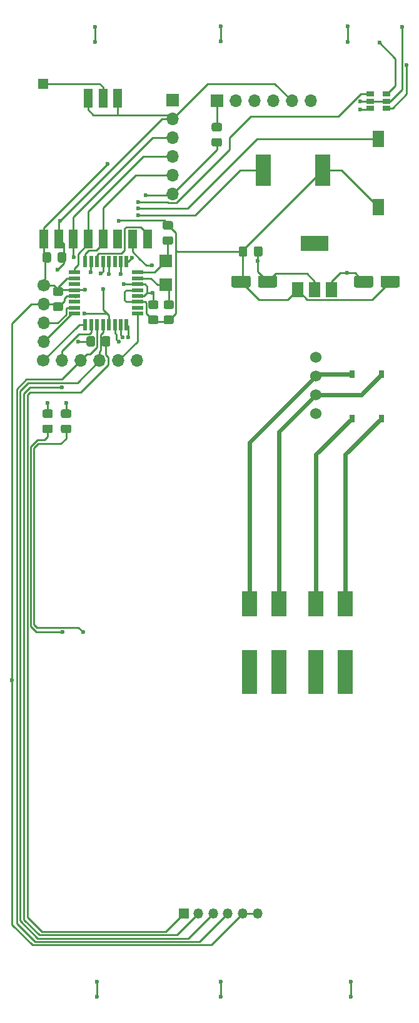
<source format=gbr>
G04 #@! TF.GenerationSoftware,KiCad,Pcbnew,(5.1.7)-1*
G04 #@! TF.CreationDate,2020-10-19T19:05:30+02:00*
G04 #@! TF.ProjectId,Touch-Steuerung,546f7563-682d-4537-9465-756572756e67,1.0*
G04 #@! TF.SameCoordinates,Original*
G04 #@! TF.FileFunction,Copper,L1,Top*
G04 #@! TF.FilePolarity,Positive*
%FSLAX46Y46*%
G04 Gerber Fmt 4.6, Leading zero omitted, Abs format (unit mm)*
G04 Created by KiCad (PCBNEW (5.1.7)-1) date 2020-10-19 19:05:30*
%MOMM*%
%LPD*%
G01*
G04 APERTURE LIST*
G04 #@! TA.AperFunction,SMDPad,CuDef*
%ADD10R,1.600000X2.180000*%
G04 #@! TD*
G04 #@! TA.AperFunction,ComponentPad*
%ADD11C,1.700000*%
G04 #@! TD*
G04 #@! TA.AperFunction,ComponentPad*
%ADD12O,1.700000X1.700000*%
G04 #@! TD*
G04 #@! TA.AperFunction,ComponentPad*
%ADD13R,1.350000X1.350000*%
G04 #@! TD*
G04 #@! TA.AperFunction,SMDPad,CuDef*
%ADD14R,1.600000X0.550000*%
G04 #@! TD*
G04 #@! TA.AperFunction,SMDPad,CuDef*
%ADD15R,0.550000X1.600000*%
G04 #@! TD*
G04 #@! TA.AperFunction,SMDPad,CuDef*
%ADD16R,1.200000X2.524000*%
G04 #@! TD*
G04 #@! TA.AperFunction,SMDPad,CuDef*
%ADD17R,1.800000X1.750000*%
G04 #@! TD*
G04 #@! TA.AperFunction,ComponentPad*
%ADD18O,1.350000X1.350000*%
G04 #@! TD*
G04 #@! TA.AperFunction,SMDPad,CuDef*
%ADD19R,2.000000X4.200000*%
G04 #@! TD*
G04 #@! TA.AperFunction,SMDPad,CuDef*
%ADD20R,0.700000X1.000000*%
G04 #@! TD*
G04 #@! TA.AperFunction,ComponentPad*
%ADD21R,1.700000X1.700000*%
G04 #@! TD*
G04 #@! TA.AperFunction,SMDPad,CuDef*
%ADD22R,2.000000X6.000000*%
G04 #@! TD*
G04 #@! TA.AperFunction,SMDPad,CuDef*
%ADD23R,2.000000X3.500000*%
G04 #@! TD*
G04 #@! TA.AperFunction,SMDPad,CuDef*
%ADD24R,3.800000X2.000000*%
G04 #@! TD*
G04 #@! TA.AperFunction,SMDPad,CuDef*
%ADD25R,1.500000X2.000000*%
G04 #@! TD*
G04 #@! TA.AperFunction,SMDPad,CuDef*
%ADD26R,1.060000X0.650000*%
G04 #@! TD*
G04 #@! TA.AperFunction,ComponentPad*
%ADD27C,1.524000*%
G04 #@! TD*
G04 #@! TA.AperFunction,ViaPad*
%ADD28C,0.600000*%
G04 #@! TD*
G04 #@! TA.AperFunction,Conductor*
%ADD29C,0.250000*%
G04 #@! TD*
G04 #@! TA.AperFunction,Conductor*
%ADD30C,0.600000*%
G04 #@! TD*
G04 APERTURE END LIST*
G04 #@! TA.AperFunction,SMDPad,CuDef*
G36*
G01*
X105375000Y-74525000D02*
X105375000Y-75625000D01*
G75*
G02*
X105125000Y-75875000I-250000J0D01*
G01*
X103025000Y-75875000D01*
G75*
G02*
X102775000Y-75625000I0J250000D01*
G01*
X102775000Y-74525000D01*
G75*
G02*
X103025000Y-74275000I250000J0D01*
G01*
X105125000Y-74275000D01*
G75*
G02*
X105375000Y-74525000I0J-250000D01*
G01*
G37*
G04 #@! TD.AperFunction*
G04 #@! TA.AperFunction,SMDPad,CuDef*
G36*
G01*
X108975000Y-74525000D02*
X108975000Y-75625000D01*
G75*
G02*
X108725000Y-75875000I-250000J0D01*
G01*
X106625000Y-75875000D01*
G75*
G02*
X106375000Y-75625000I0J250000D01*
G01*
X106375000Y-74525000D01*
G75*
G02*
X106625000Y-74275000I250000J0D01*
G01*
X108725000Y-74275000D01*
G75*
G02*
X108975000Y-74525000I0J-250000D01*
G01*
G37*
G04 #@! TD.AperFunction*
D10*
X122650000Y-55785000D03*
X122650000Y-64965000D03*
D11*
X77341500Y-75601500D03*
D12*
X77341500Y-78141500D03*
X77341500Y-80681500D03*
X77341500Y-83221500D03*
D11*
X77278000Y-85761500D03*
D12*
X79818000Y-85761500D03*
X82358000Y-85761500D03*
X84898000Y-85761500D03*
X87438000Y-85761500D03*
X89978000Y-85761500D03*
D13*
X77300000Y-48300000D03*
G04 #@! TA.AperFunction,SMDPad,CuDef*
G36*
G01*
X78859999Y-77893000D02*
X79760001Y-77893000D01*
G75*
G02*
X80010000Y-78142999I0J-249999D01*
G01*
X80010000Y-78793001D01*
G75*
G02*
X79760001Y-79043000I-249999J0D01*
G01*
X78859999Y-79043000D01*
G75*
G02*
X78610000Y-78793001I0J249999D01*
G01*
X78610000Y-78142999D01*
G75*
G02*
X78859999Y-77893000I249999J0D01*
G01*
G37*
G04 #@! TD.AperFunction*
G04 #@! TA.AperFunction,SMDPad,CuDef*
G36*
G01*
X78859999Y-75843000D02*
X79760001Y-75843000D01*
G75*
G02*
X80010000Y-76092999I0J-249999D01*
G01*
X80010000Y-76743001D01*
G75*
G02*
X79760001Y-76993000I-249999J0D01*
G01*
X78859999Y-76993000D01*
G75*
G02*
X78610000Y-76743001I0J249999D01*
G01*
X78610000Y-76092999D01*
G75*
G02*
X78859999Y-75843000I249999J0D01*
G01*
G37*
G04 #@! TD.AperFunction*
G04 #@! TA.AperFunction,SMDPad,CuDef*
G36*
G01*
X91750499Y-77621000D02*
X92650501Y-77621000D01*
G75*
G02*
X92900500Y-77870999I0J-249999D01*
G01*
X92900500Y-78521001D01*
G75*
G02*
X92650501Y-78771000I-249999J0D01*
G01*
X91750499Y-78771000D01*
G75*
G02*
X91500500Y-78521001I0J249999D01*
G01*
X91500500Y-77870999D01*
G75*
G02*
X91750499Y-77621000I249999J0D01*
G01*
G37*
G04 #@! TD.AperFunction*
G04 #@! TA.AperFunction,SMDPad,CuDef*
G36*
G01*
X91750499Y-79671000D02*
X92650501Y-79671000D01*
G75*
G02*
X92900500Y-79920999I0J-249999D01*
G01*
X92900500Y-80571001D01*
G75*
G02*
X92650501Y-80821000I-249999J0D01*
G01*
X91750499Y-80821000D01*
G75*
G02*
X91500500Y-80571001I0J249999D01*
G01*
X91500500Y-79920999D01*
G75*
G02*
X91750499Y-79671000I249999J0D01*
G01*
G37*
G04 #@! TD.AperFunction*
G04 #@! TA.AperFunction,SMDPad,CuDef*
G36*
G01*
X79252000Y-72241501D02*
X79252000Y-71341499D01*
G75*
G02*
X79501999Y-71091500I249999J0D01*
G01*
X80152001Y-71091500D01*
G75*
G02*
X80402000Y-71341499I0J-249999D01*
G01*
X80402000Y-72241501D01*
G75*
G02*
X80152001Y-72491500I-249999J0D01*
G01*
X79501999Y-72491500D01*
G75*
G02*
X79252000Y-72241501I0J249999D01*
G01*
G37*
G04 #@! TD.AperFunction*
G04 #@! TA.AperFunction,SMDPad,CuDef*
G36*
G01*
X77202000Y-72241501D02*
X77202000Y-71341499D01*
G75*
G02*
X77451999Y-71091500I249999J0D01*
G01*
X78102001Y-71091500D01*
G75*
G02*
X78352000Y-71341499I0J-249999D01*
G01*
X78352000Y-72241501D01*
G75*
G02*
X78102001Y-72491500I-249999J0D01*
G01*
X77451999Y-72491500D01*
G75*
G02*
X77202000Y-72241501I0J249999D01*
G01*
G37*
G04 #@! TD.AperFunction*
G04 #@! TA.AperFunction,SMDPad,CuDef*
G36*
G01*
X93845999Y-77621000D02*
X94746001Y-77621000D01*
G75*
G02*
X94996000Y-77870999I0J-249999D01*
G01*
X94996000Y-78521001D01*
G75*
G02*
X94746001Y-78771000I-249999J0D01*
G01*
X93845999Y-78771000D01*
G75*
G02*
X93596000Y-78521001I0J249999D01*
G01*
X93596000Y-77870999D01*
G75*
G02*
X93845999Y-77621000I249999J0D01*
G01*
G37*
G04 #@! TD.AperFunction*
G04 #@! TA.AperFunction,SMDPad,CuDef*
G36*
G01*
X93845999Y-79671000D02*
X94746001Y-79671000D01*
G75*
G02*
X94996000Y-79920999I0J-249999D01*
G01*
X94996000Y-80571001D01*
G75*
G02*
X94746001Y-80821000I-249999J0D01*
G01*
X93845999Y-80821000D01*
G75*
G02*
X93596000Y-80571001I0J249999D01*
G01*
X93596000Y-79920999D01*
G75*
G02*
X93845999Y-79671000I249999J0D01*
G01*
G37*
G04 #@! TD.AperFunction*
G04 #@! TA.AperFunction,SMDPad,CuDef*
G36*
G01*
X94619001Y-68039500D02*
X93718999Y-68039500D01*
G75*
G02*
X93469000Y-67789501I0J249999D01*
G01*
X93469000Y-67139499D01*
G75*
G02*
X93718999Y-66889500I249999J0D01*
G01*
X94619001Y-66889500D01*
G75*
G02*
X94869000Y-67139499I0J-249999D01*
G01*
X94869000Y-67789501D01*
G75*
G02*
X94619001Y-68039500I-249999J0D01*
G01*
G37*
G04 #@! TD.AperFunction*
G04 #@! TA.AperFunction,SMDPad,CuDef*
G36*
G01*
X94619001Y-70089500D02*
X93718999Y-70089500D01*
G75*
G02*
X93469000Y-69839501I0J249999D01*
G01*
X93469000Y-69189499D01*
G75*
G02*
X93718999Y-68939500I249999J0D01*
G01*
X94619001Y-68939500D01*
G75*
G02*
X94869000Y-69189499I0J-249999D01*
G01*
X94869000Y-69839501D01*
G75*
G02*
X94619001Y-70089500I-249999J0D01*
G01*
G37*
G04 #@! TD.AperFunction*
D14*
X90037000Y-79417500D03*
X90037000Y-78617500D03*
X90037000Y-77817500D03*
X90037000Y-77017500D03*
X90037000Y-76217500D03*
X90037000Y-75417500D03*
X90037000Y-74617500D03*
X90037000Y-73817500D03*
D15*
X88587000Y-72367500D03*
X87787000Y-72367500D03*
X86987000Y-72367500D03*
X86187000Y-72367500D03*
X85387000Y-72367500D03*
X84587000Y-72367500D03*
X83787000Y-72367500D03*
X82987000Y-72367500D03*
D14*
X81537000Y-73817500D03*
X81537000Y-74617500D03*
X81537000Y-75417500D03*
X81537000Y-76217500D03*
X81537000Y-77017500D03*
X81537000Y-77817500D03*
X81537000Y-78617500D03*
X81537000Y-79417500D03*
D15*
X82987000Y-80867500D03*
X83787000Y-80867500D03*
X84587000Y-80867500D03*
X85387000Y-80867500D03*
X86187000Y-80867500D03*
X86987000Y-80867500D03*
X87787000Y-80867500D03*
X88587000Y-80867500D03*
D16*
X77390000Y-69282000D03*
X79390000Y-69282000D03*
X81390000Y-69282000D03*
X83390000Y-69282000D03*
X85390000Y-69282000D03*
X87390000Y-69282000D03*
X89390000Y-69282000D03*
X91390000Y-69282000D03*
X85390000Y-50282000D03*
X83390000Y-50282000D03*
X87390000Y-50282000D03*
G04 #@! TA.AperFunction,SMDPad,CuDef*
G36*
G01*
X86371000Y-82707999D02*
X86371000Y-83608001D01*
G75*
G02*
X86121001Y-83858000I-249999J0D01*
G01*
X85470999Y-83858000D01*
G75*
G02*
X85221000Y-83608001I0J249999D01*
G01*
X85221000Y-82707999D01*
G75*
G02*
X85470999Y-82458000I249999J0D01*
G01*
X86121001Y-82458000D01*
G75*
G02*
X86371000Y-82707999I0J-249999D01*
G01*
G37*
G04 #@! TD.AperFunction*
G04 #@! TA.AperFunction,SMDPad,CuDef*
G36*
G01*
X84321000Y-82707999D02*
X84321000Y-83608001D01*
G75*
G02*
X84071001Y-83858000I-249999J0D01*
G01*
X83420999Y-83858000D01*
G75*
G02*
X83171000Y-83608001I0J249999D01*
G01*
X83171000Y-82707999D01*
G75*
G02*
X83420999Y-82458000I249999J0D01*
G01*
X84071001Y-82458000D01*
G75*
G02*
X84321000Y-82707999I0J-249999D01*
G01*
G37*
G04 #@! TD.AperFunction*
D17*
X93915000Y-75512000D03*
X93915000Y-72262000D03*
G04 #@! TA.AperFunction,SMDPad,CuDef*
G36*
G01*
X78350001Y-95575000D02*
X77449999Y-95575000D01*
G75*
G02*
X77200000Y-95325001I0J249999D01*
G01*
X77200000Y-94674999D01*
G75*
G02*
X77449999Y-94425000I249999J0D01*
G01*
X78350001Y-94425000D01*
G75*
G02*
X78600000Y-94674999I0J-249999D01*
G01*
X78600000Y-95325001D01*
G75*
G02*
X78350001Y-95575000I-249999J0D01*
G01*
G37*
G04 #@! TD.AperFunction*
G04 #@! TA.AperFunction,SMDPad,CuDef*
G36*
G01*
X78350001Y-93525000D02*
X77449999Y-93525000D01*
G75*
G02*
X77200000Y-93275001I0J249999D01*
G01*
X77200000Y-92624999D01*
G75*
G02*
X77449999Y-92375000I249999J0D01*
G01*
X78350001Y-92375000D01*
G75*
G02*
X78600000Y-92624999I0J-249999D01*
G01*
X78600000Y-93275001D01*
G75*
G02*
X78350001Y-93525000I-249999J0D01*
G01*
G37*
G04 #@! TD.AperFunction*
G04 #@! TA.AperFunction,SMDPad,CuDef*
G36*
G01*
X80850001Y-93525000D02*
X79949999Y-93525000D01*
G75*
G02*
X79700000Y-93275001I0J249999D01*
G01*
X79700000Y-92624999D01*
G75*
G02*
X79949999Y-92375000I249999J0D01*
G01*
X80850001Y-92375000D01*
G75*
G02*
X81100000Y-92624999I0J-249999D01*
G01*
X81100000Y-93275001D01*
G75*
G02*
X80850001Y-93525000I-249999J0D01*
G01*
G37*
G04 #@! TD.AperFunction*
G04 #@! TA.AperFunction,SMDPad,CuDef*
G36*
G01*
X80850001Y-95575000D02*
X79949999Y-95575000D01*
G75*
G02*
X79700000Y-95325001I0J249999D01*
G01*
X79700000Y-94674999D01*
G75*
G02*
X79949999Y-94425000I249999J0D01*
G01*
X80850001Y-94425000D01*
G75*
G02*
X81100000Y-94674999I0J-249999D01*
G01*
X81100000Y-95325001D01*
G75*
G02*
X80850001Y-95575000I-249999J0D01*
G01*
G37*
G04 #@! TD.AperFunction*
G04 #@! TA.AperFunction,SMDPad,CuDef*
G36*
G01*
X106975000Y-70549999D02*
X106975000Y-71450001D01*
G75*
G02*
X106725001Y-71700000I-249999J0D01*
G01*
X106074999Y-71700000D01*
G75*
G02*
X105825000Y-71450001I0J249999D01*
G01*
X105825000Y-70549999D01*
G75*
G02*
X106074999Y-70300000I249999J0D01*
G01*
X106725001Y-70300000D01*
G75*
G02*
X106975000Y-70549999I0J-249999D01*
G01*
G37*
G04 #@! TD.AperFunction*
G04 #@! TA.AperFunction,SMDPad,CuDef*
G36*
G01*
X104925000Y-70549999D02*
X104925000Y-71450001D01*
G75*
G02*
X104675001Y-71700000I-249999J0D01*
G01*
X104024999Y-71700000D01*
G75*
G02*
X103775000Y-71450001I0J249999D01*
G01*
X103775000Y-70549999D01*
G75*
G02*
X104024999Y-70300000I249999J0D01*
G01*
X104675001Y-70300000D01*
G75*
G02*
X104925000Y-70549999I0J-249999D01*
G01*
G37*
G04 #@! TD.AperFunction*
D13*
X96300000Y-160600000D03*
D18*
X98300000Y-160600000D03*
X100300000Y-160600000D03*
X102300000Y-160600000D03*
X104300000Y-160600000D03*
X106300000Y-160600000D03*
D19*
X107100000Y-60000000D03*
X115100000Y-60000000D03*
G04 #@! TA.AperFunction,SMDPad,CuDef*
G36*
G01*
X119375000Y-75625000D02*
X119375000Y-74525000D01*
G75*
G02*
X119625000Y-74275000I250000J0D01*
G01*
X121725000Y-74275000D01*
G75*
G02*
X121975000Y-74525000I0J-250000D01*
G01*
X121975000Y-75625000D01*
G75*
G02*
X121725000Y-75875000I-250000J0D01*
G01*
X119625000Y-75875000D01*
G75*
G02*
X119375000Y-75625000I0J250000D01*
G01*
G37*
G04 #@! TD.AperFunction*
G04 #@! TA.AperFunction,SMDPad,CuDef*
G36*
G01*
X122975000Y-75625000D02*
X122975000Y-74525000D01*
G75*
G02*
X123225000Y-74275000I250000J0D01*
G01*
X125325000Y-74275000D01*
G75*
G02*
X125575000Y-74525000I0J-250000D01*
G01*
X125575000Y-75625000D01*
G75*
G02*
X125325000Y-75875000I-250000J0D01*
G01*
X123225000Y-75875000D01*
G75*
G02*
X122975000Y-75625000I0J250000D01*
G01*
G37*
G04 #@! TD.AperFunction*
D20*
X123100000Y-87625000D03*
X119100000Y-87625000D03*
X119100000Y-93575000D03*
X123100000Y-93575000D03*
D21*
X100800000Y-50600000D03*
D12*
X103340000Y-50600000D03*
X105880000Y-50600000D03*
X108420000Y-50600000D03*
X110960000Y-50600000D03*
X113500000Y-50600000D03*
X94800000Y-63200000D03*
X94800000Y-60660000D03*
X94800000Y-58120000D03*
X94800000Y-55580000D03*
X94800000Y-53040000D03*
D21*
X94800000Y-50500000D03*
D22*
X114200000Y-127900000D03*
D23*
X114200000Y-118650000D03*
D22*
X118200000Y-127900000D03*
D23*
X118200000Y-118650000D03*
X109200000Y-118650000D03*
D22*
X109200000Y-127900000D03*
D23*
X105200000Y-118650000D03*
D22*
X105200000Y-127900000D03*
D24*
X114025000Y-69900000D03*
D25*
X114025000Y-76200000D03*
X116325000Y-76200000D03*
X111725000Y-76200000D03*
D26*
X123800000Y-51600000D03*
X123800000Y-50650000D03*
X123800000Y-49700000D03*
X121600000Y-49700000D03*
X121600000Y-51600000D03*
X121600000Y-50650000D03*
G04 #@! TA.AperFunction,SMDPad,CuDef*
G36*
G01*
X100349999Y-53600000D02*
X101250001Y-53600000D01*
G75*
G02*
X101500000Y-53849999I0J-249999D01*
G01*
X101500000Y-54500001D01*
G75*
G02*
X101250001Y-54750000I-249999J0D01*
G01*
X100349999Y-54750000D01*
G75*
G02*
X100100000Y-54500001I0J249999D01*
G01*
X100100000Y-53849999D01*
G75*
G02*
X100349999Y-53600000I249999J0D01*
G01*
G37*
G04 #@! TD.AperFunction*
G04 #@! TA.AperFunction,SMDPad,CuDef*
G36*
G01*
X100349999Y-55650000D02*
X101250001Y-55650000D01*
G75*
G02*
X101500000Y-55899999I0J-249999D01*
G01*
X101500000Y-56550001D01*
G75*
G02*
X101250001Y-56800000I-249999J0D01*
G01*
X100349999Y-56800000D01*
G75*
G02*
X100100000Y-56550001I0J249999D01*
G01*
X100100000Y-55899999D01*
G75*
G02*
X100349999Y-55650000I249999J0D01*
G01*
G37*
G04 #@! TD.AperFunction*
D27*
X114220000Y-85290000D03*
X114220000Y-87830000D03*
X114220000Y-90370000D03*
X114220000Y-92910000D03*
D28*
X88200000Y-75411000D03*
X86121000Y-83158000D03*
X82993000Y-76173000D03*
X85980000Y-59180000D03*
X120224999Y-51775001D03*
X106350000Y-72250000D03*
X92100000Y-76600000D03*
X84350000Y-42600000D03*
X73100000Y-129000000D03*
X79246500Y-73442500D03*
X79158500Y-78541500D03*
X87530000Y-66870000D03*
X79600000Y-66820000D03*
X120250000Y-50650000D03*
X125900000Y-40600000D03*
X118500000Y-40549999D03*
X101350001Y-40549999D03*
X84350001Y-40599999D03*
X118949999Y-171800001D03*
X101299999Y-171800001D03*
X84550000Y-171800000D03*
X101350001Y-42549999D03*
X118500000Y-42600000D03*
X118950000Y-169850000D03*
X101300000Y-169800000D03*
X84550000Y-169850000D03*
X92010000Y-72871000D03*
X88835000Y-82586500D03*
X79900000Y-122500000D03*
X82700000Y-122500000D03*
X83755000Y-73823500D03*
X81405500Y-71728000D03*
X85406000Y-76046000D03*
X82040500Y-83158000D03*
X82866000Y-79348000D03*
X91188969Y-63411031D03*
X87501500Y-83221500D03*
X88035776Y-82621992D03*
X77900000Y-91500000D03*
X80400000Y-91500000D03*
X79800000Y-89400000D03*
X87819000Y-74014000D03*
X126500000Y-45800000D03*
X118400000Y-73900000D03*
X86168000Y-74014000D03*
X90200000Y-65200000D03*
X90200000Y-66100000D03*
X89343000Y-71855000D03*
X122800000Y-42700000D03*
X85100000Y-74000000D03*
X90200000Y-64300000D03*
D29*
X77390000Y-69282000D02*
X77390000Y-68538000D01*
X90037000Y-75417500D02*
X88206500Y-75417500D01*
X88206500Y-75417500D02*
X88200000Y-75411000D01*
X82993000Y-76173000D02*
X81581500Y-76173000D01*
X81581500Y-76173000D02*
X81537000Y-76217500D01*
X90037000Y-75417500D02*
X91087000Y-75417500D01*
X91087000Y-75417500D02*
X91372000Y-75702500D01*
X92200500Y-77971000D02*
X92200500Y-77846000D01*
X79310000Y-76193000D02*
X79310000Y-75794500D01*
X79310000Y-75794500D02*
X80487000Y-74617500D01*
X80487000Y-74617500D02*
X81537000Y-74617500D01*
X79310000Y-76193000D02*
X81512500Y-76193000D01*
X81512500Y-76193000D02*
X81537000Y-76217500D01*
X77341500Y-75601500D02*
X78718500Y-75601500D01*
X78718500Y-75601500D02*
X79310000Y-76193000D01*
X77552000Y-71791500D02*
X77552000Y-75391000D01*
X77552000Y-75391000D02*
X77341500Y-75601500D01*
X77390000Y-69282000D02*
X77390000Y-71629500D01*
X77390000Y-71629500D02*
X77552000Y-71791500D01*
X77390000Y-71185000D02*
X77552000Y-71347000D01*
X77677000Y-71347000D02*
X77552000Y-71347000D01*
X94660000Y-50500000D02*
X94800000Y-50500000D01*
X77390000Y-67770000D02*
X85980000Y-59180000D01*
X77390000Y-69282000D02*
X77390000Y-67770000D01*
X85980000Y-59180000D02*
X85980000Y-59180000D01*
X85796000Y-84996000D02*
X86100000Y-85300000D01*
X85796000Y-83158000D02*
X85796000Y-84996000D01*
X75511409Y-90025001D02*
X75150010Y-90386400D01*
X82373501Y-90025001D02*
X75511409Y-90025001D01*
X86100000Y-86298502D02*
X82373501Y-90025001D01*
X86100000Y-85300000D02*
X86100000Y-86298502D01*
X75150010Y-161050010D02*
X77149970Y-163049970D01*
X75150010Y-90386400D02*
X75150010Y-161050010D01*
X93850030Y-163049970D02*
X96300000Y-160600000D01*
X77149970Y-163049970D02*
X93850030Y-163049970D01*
X121424999Y-51775001D02*
X121600000Y-51600000D01*
X120224999Y-51775001D02*
X121424999Y-51775001D01*
X106350000Y-73750000D02*
X107675000Y-75075000D01*
X106350000Y-70975000D02*
X106350000Y-72250000D01*
X106350000Y-72250000D02*
X106350000Y-73750000D01*
X92200500Y-76600500D02*
X92200500Y-76600500D01*
X92200500Y-76700500D02*
X92100000Y-76600000D01*
X92200500Y-78196000D02*
X92200500Y-76700500D01*
X92100000Y-76600000D02*
X91400000Y-76600000D01*
X91400000Y-76600000D02*
X91372000Y-76572000D01*
X91372000Y-75702500D02*
X91372000Y-76572000D01*
X90926500Y-77017500D02*
X91372000Y-76572000D01*
X90037000Y-77017500D02*
X90926500Y-77017500D01*
X107675000Y-75075000D02*
X108750000Y-74000000D01*
X108750000Y-74000000D02*
X113000000Y-74000000D01*
X114025000Y-75025000D02*
X114025000Y-76200000D01*
X113000000Y-74000000D02*
X114025000Y-75025000D01*
X90037000Y-76217500D02*
X88536500Y-76217500D01*
X88574500Y-77817500D02*
X90037000Y-77817500D01*
X88327000Y-77570000D02*
X88574500Y-77817500D01*
X88327000Y-76427000D02*
X88327000Y-77570000D01*
X88536500Y-76217500D02*
X88327000Y-76427000D01*
X81708500Y-77189000D02*
X81537000Y-77017500D01*
X80052000Y-71791500D02*
X80052000Y-72637000D01*
X80052000Y-72637000D02*
X79246500Y-73442500D01*
X80052000Y-71791500D02*
X80052000Y-69944000D01*
X80052000Y-69944000D02*
X79390000Y-69282000D01*
X87390000Y-51794000D02*
X87390000Y-50282000D01*
X92200500Y-80471000D02*
X92200500Y-80636000D01*
X90037000Y-77817500D02*
X91087000Y-77817500D01*
X91087000Y-77817500D02*
X91250499Y-77980999D01*
X91250499Y-77980999D02*
X91250499Y-79395999D01*
X91250499Y-79395999D02*
X92200500Y-80346000D01*
X92200500Y-80346000D02*
X92200500Y-80471000D01*
X81537000Y-77017500D02*
X80487000Y-77017500D01*
X80487000Y-77017500D02*
X80185000Y-77319500D01*
X80185000Y-77319500D02*
X80185000Y-77693000D01*
X80185000Y-77693000D02*
X79310000Y-78568000D01*
X79310000Y-78568000D02*
X79310000Y-78693000D01*
X77341500Y-78141500D02*
X78758500Y-78141500D01*
X78758500Y-78141500D02*
X79158500Y-78541500D01*
X79158500Y-78541500D02*
X79310000Y-78693000D01*
X83390000Y-51794000D02*
X84106000Y-52510000D01*
X84106000Y-52510000D02*
X87390000Y-52510000D01*
X83390000Y-50282000D02*
X83390000Y-51794000D01*
X87390000Y-52510000D02*
X87390000Y-51794000D01*
X106300000Y-160600000D02*
X104300000Y-160600000D01*
X79390000Y-69282000D02*
X79390000Y-68450000D01*
X94270000Y-52510000D02*
X94800000Y-53040000D01*
X87390000Y-52510000D02*
X94270000Y-52510000D01*
X94800000Y-53040000D02*
X99540000Y-48300000D01*
X108660000Y-48300000D02*
X110960000Y-50600000D01*
X99540000Y-48300000D02*
X108660000Y-48300000D01*
X87625000Y-66775000D02*
X87530000Y-66870000D01*
X93704500Y-66775000D02*
X87625000Y-66775000D01*
X94169000Y-67239500D02*
X93704500Y-66775000D01*
X94169000Y-67364500D02*
X94169000Y-67239500D01*
X94296000Y-80346000D02*
X95246001Y-79395999D01*
X94296000Y-80471000D02*
X94296000Y-80346000D01*
X95246001Y-68441501D02*
X94169000Y-67364500D01*
X92200500Y-80471000D02*
X94296000Y-80471000D01*
X105999999Y-160900001D02*
X106300000Y-160600000D01*
X87530000Y-66870000D02*
X87530000Y-66870000D01*
X123800000Y-50650000D02*
X121600000Y-50650000D01*
X77283000Y-78200000D02*
X77341500Y-78141500D01*
X79390000Y-69282000D02*
X79390000Y-67010000D01*
X93360000Y-53040000D02*
X94800000Y-53040000D01*
X79390000Y-67010000D02*
X93360000Y-53040000D01*
X121600000Y-50650000D02*
X120225000Y-50650000D01*
X120225000Y-50650000D02*
X120150000Y-50650000D01*
X104300000Y-74850000D02*
X104075000Y-75075000D01*
X104300000Y-70975000D02*
X104300000Y-74850000D01*
X124050000Y-74850000D02*
X124275000Y-75075000D01*
X95392002Y-71000000D02*
X95246001Y-70853999D01*
X104350000Y-71000000D02*
X95392002Y-71000000D01*
X95246001Y-70853999D02*
X95246001Y-68441501D01*
X95246001Y-79395999D02*
X95246001Y-70853999D01*
X104075000Y-75075000D02*
X106500000Y-77500000D01*
X110425000Y-77500000D02*
X111725000Y-76200000D01*
X106500000Y-77500000D02*
X110425000Y-77500000D01*
X124275000Y-75075000D02*
X121850000Y-77500000D01*
X113050001Y-77525001D02*
X111725000Y-76200000D01*
X117474999Y-77525001D02*
X113050001Y-77525001D01*
X117500000Y-77500000D02*
X117474999Y-77525001D01*
X121850000Y-77500000D02*
X117500000Y-77500000D01*
X104350000Y-70750000D02*
X115100000Y-60000000D01*
X104350000Y-71000000D02*
X104350000Y-70750000D01*
X117685000Y-60000000D02*
X122650000Y-64965000D01*
X115100000Y-60000000D02*
X117685000Y-60000000D01*
X124290002Y-50650000D02*
X123800000Y-50650000D01*
X125900000Y-49040002D02*
X124290002Y-50650000D01*
X125900000Y-40600000D02*
X125900000Y-49040002D01*
X75863609Y-164850010D02*
X73100000Y-162086401D01*
X100049990Y-164850010D02*
X75863609Y-164850010D01*
X104300000Y-160600000D02*
X100049990Y-164850010D01*
X77341500Y-78141500D02*
X75658500Y-78141500D01*
X73099999Y-80700001D02*
X73099999Y-82399999D01*
X75658500Y-78141500D02*
X73099999Y-80700001D01*
X73099999Y-82399999D02*
X73099999Y-82233010D01*
X73100000Y-162086401D02*
X73099999Y-82399999D01*
X118950000Y-171375736D02*
X118950000Y-169850000D01*
X118949999Y-171800001D02*
X118950000Y-171375736D01*
X101300000Y-171375736D02*
X101300000Y-169800000D01*
X101299999Y-171800001D02*
X101300000Y-171375736D01*
X84550000Y-171800000D02*
X84550000Y-169850000D01*
X84350000Y-40600000D02*
X84350001Y-40599999D01*
X84350000Y-42600000D02*
X84350000Y-40600000D01*
X101350001Y-42549999D02*
X101350001Y-40549999D01*
X118500000Y-42600000D02*
X118500000Y-40549999D01*
X91390000Y-69282000D02*
X91390000Y-68620000D01*
X91390000Y-68620000D02*
X90464999Y-67694999D01*
X90464999Y-67694999D02*
X88529999Y-67694999D01*
X88529999Y-67694999D02*
X88315001Y-67909997D01*
X88315001Y-67909997D02*
X88315001Y-70804001D01*
X88315001Y-70804001D02*
X87876503Y-71242499D01*
X87876503Y-71242499D02*
X84851999Y-71242499D01*
X84851999Y-71242499D02*
X84587000Y-71507498D01*
X84587000Y-71507498D02*
X84587000Y-72367500D01*
X91390000Y-69282000D02*
X91390000Y-69944000D01*
X92010000Y-72871000D02*
X91248000Y-72871000D01*
X91248000Y-72871000D02*
X90359000Y-71982000D01*
X89390000Y-70966000D02*
X89390000Y-71013000D01*
X89390000Y-69282000D02*
X89390000Y-70966000D01*
X89390000Y-71013000D02*
X90359000Y-71982000D01*
X88835000Y-82586500D02*
X88835000Y-81115500D01*
X88835000Y-81115500D02*
X88587000Y-80867500D01*
X89390000Y-69282000D02*
X89390000Y-69944000D01*
X85390000Y-48770000D02*
X85390000Y-50282000D01*
X84920000Y-48300000D02*
X85390000Y-48770000D01*
X77300000Y-48300000D02*
X84920000Y-48300000D01*
X76400000Y-122500000D02*
X75600020Y-121700020D01*
X79900000Y-122500000D02*
X76400000Y-122500000D01*
X75600020Y-97400020D02*
X76500040Y-96500000D01*
X75600020Y-121700020D02*
X75600020Y-97400020D01*
X76500040Y-96500000D02*
X77500000Y-96500000D01*
X77900000Y-96100000D02*
X77900000Y-95000000D01*
X77500000Y-96500000D02*
X77900000Y-96100000D01*
X79700000Y-97000000D02*
X78000000Y-97000000D01*
X80400000Y-96300000D02*
X79700000Y-97000000D01*
X80400000Y-95000000D02*
X80400000Y-96300000D01*
X78000000Y-97000000D02*
X78100000Y-97000000D01*
X77500000Y-97000000D02*
X78000000Y-97000000D01*
X76636450Y-97000000D02*
X77500000Y-97000000D01*
X76050030Y-97586420D02*
X76636450Y-97000000D01*
X76050030Y-121450030D02*
X76050030Y-97586420D01*
X76474999Y-121874999D02*
X76050030Y-121450030D01*
X82074999Y-121874999D02*
X76474999Y-121874999D01*
X82700000Y-122500000D02*
X82074999Y-121874999D01*
X83755000Y-73823500D02*
X83755000Y-72399500D01*
X83755000Y-72399500D02*
X83787000Y-72367500D01*
X81390000Y-69282000D02*
X81390000Y-71712500D01*
X81390000Y-71712500D02*
X81405500Y-71728000D01*
X81390000Y-69282000D02*
X81390000Y-66310000D01*
X92120000Y-55580000D02*
X94800000Y-55580000D01*
X81390000Y-66310000D02*
X92120000Y-55580000D01*
X85596500Y-69075500D02*
X85390000Y-69282000D01*
X85390000Y-68620000D02*
X85390000Y-69282000D01*
X82987000Y-72367500D02*
X82987000Y-71317500D01*
X82987000Y-71317500D02*
X83435499Y-70869001D01*
X83435499Y-70869001D02*
X84464999Y-70869001D01*
X84464999Y-70869001D02*
X85390000Y-69944000D01*
X85390000Y-69944000D02*
X85390000Y-69282000D01*
X85390000Y-69282000D02*
X85390000Y-65110000D01*
X89840000Y-60660000D02*
X94800000Y-60660000D01*
X85390000Y-65110000D02*
X89840000Y-60660000D01*
X83390000Y-68620000D02*
X83390000Y-69282000D01*
X81537000Y-73292500D02*
X81537000Y-73817500D01*
X82030502Y-72798998D02*
X81537000Y-73292500D01*
X82030502Y-71303498D02*
X82030502Y-72798998D01*
X83390000Y-69944000D02*
X82030502Y-71303498D01*
X83390000Y-69282000D02*
X83390000Y-69944000D01*
X83390000Y-69282000D02*
X83390000Y-65610000D01*
X90880000Y-58120000D02*
X94800000Y-58120000D01*
X83390000Y-65610000D02*
X90880000Y-58120000D01*
X82866000Y-79348000D02*
X85914000Y-79348000D01*
X85914000Y-79348000D02*
X86187000Y-79621000D01*
X85406000Y-76046000D02*
X85406000Y-78840000D01*
X85406000Y-78840000D02*
X86187000Y-79621000D01*
X86187000Y-79621000D02*
X86187000Y-80867500D01*
X83421000Y-83158000D02*
X82040500Y-83158000D01*
X94588969Y-63411031D02*
X94800000Y-63200000D01*
X91188969Y-63411031D02*
X91188969Y-63411031D01*
X100800000Y-57200000D02*
X100800000Y-56225000D01*
X94800000Y-63200000D02*
X100800000Y-57200000D01*
X91188969Y-63411031D02*
X94588969Y-63411031D01*
X86987000Y-82038998D02*
X86987000Y-81917500D01*
X87501500Y-83221500D02*
X87201501Y-82921501D01*
X86987000Y-81917500D02*
X86987000Y-80867500D01*
X87201501Y-82921501D02*
X87201501Y-82253499D01*
X87201501Y-82253499D02*
X86987000Y-82038998D01*
X87787000Y-82373216D02*
X88035776Y-82621992D01*
X87787000Y-80867500D02*
X87787000Y-82373216D01*
X77900000Y-92950000D02*
X77900000Y-91500000D01*
X80487000Y-78617500D02*
X81537000Y-78617500D01*
X80411999Y-78692501D02*
X80487000Y-78617500D01*
X80411999Y-79514591D02*
X80411999Y-78692501D01*
X79245090Y-80681500D02*
X80411999Y-79514591D01*
X77341500Y-80681500D02*
X79245090Y-80681500D01*
X80400000Y-92950000D02*
X80400000Y-91500000D01*
X77341500Y-83221500D02*
X81145500Y-79417500D01*
X81145500Y-79417500D02*
X81537000Y-79417500D01*
X77278000Y-85761500D02*
X82172000Y-80867500D01*
X82172000Y-80867500D02*
X82987000Y-80867500D01*
X90037000Y-83162500D02*
X90037000Y-79942500D01*
X87438000Y-85761500D02*
X90037000Y-83162500D01*
X90037000Y-79942500D02*
X90037000Y-79417500D01*
X79818000Y-84559419D02*
X79818000Y-85761500D01*
X83521501Y-82182999D02*
X82090497Y-82182999D01*
X83787000Y-81917500D02*
X83521501Y-82182999D01*
X83787000Y-80867500D02*
X83787000Y-81917500D01*
X79818000Y-84455496D02*
X79818000Y-84559419D01*
X82090497Y-82182999D02*
X79818000Y-84455496D01*
X95400020Y-163499980D02*
X98300000Y-160600000D01*
X76799980Y-163499980D02*
X95400020Y-163499980D01*
X74700000Y-161400000D02*
X76799980Y-163499980D01*
X74700000Y-90200000D02*
X74700000Y-161400000D01*
X75500000Y-89400000D02*
X74700000Y-90200000D01*
X79800000Y-89400000D02*
X75500000Y-89400000D01*
X84587000Y-80867500D02*
X84587000Y-83977002D01*
X84587000Y-83977002D02*
X83652501Y-84911501D01*
X83652501Y-84911501D02*
X83207999Y-84911501D01*
X83207999Y-84911501D02*
X82358000Y-85761500D01*
X76200000Y-164400000D02*
X98500000Y-164400000D01*
X73700000Y-161900000D02*
X76200000Y-164400000D01*
X98500000Y-164400000D02*
X102300000Y-160600000D01*
X73700000Y-94419500D02*
X73700000Y-161900000D01*
X82358000Y-85761500D02*
X79819500Y-88300000D01*
X75000000Y-88300000D02*
X73700000Y-89600000D01*
X79819500Y-88300000D02*
X75000000Y-88300000D01*
X73700000Y-94419500D02*
X73700000Y-89600000D01*
X84898000Y-85761500D02*
X84898000Y-84559419D01*
X84898000Y-84559419D02*
X85045999Y-84411420D01*
X85045999Y-84411420D02*
X85045999Y-82258501D01*
X85045999Y-82258501D02*
X85387000Y-81917500D01*
X85387000Y-81917500D02*
X85387000Y-80867500D01*
X81909490Y-88750010D02*
X84898000Y-85761500D01*
X75249990Y-88750010D02*
X81909490Y-88750010D01*
X74150010Y-89849990D02*
X75249990Y-88750010D01*
X74150010Y-161550010D02*
X74150010Y-89849990D01*
X76549990Y-163949990D02*
X74150010Y-161550010D01*
X96950010Y-163949990D02*
X76549990Y-163949990D01*
X100300000Y-160600000D02*
X96950010Y-163949990D01*
X94296000Y-77971000D02*
X94296000Y-75893000D01*
X94296000Y-75893000D02*
X93915000Y-75512000D01*
X93915000Y-75512000D02*
X92765000Y-75512000D01*
X92765000Y-75512000D02*
X91870500Y-74617500D01*
X91087000Y-74617500D02*
X90037000Y-74617500D01*
X91870500Y-74617500D02*
X91087000Y-74617500D01*
X94169000Y-69739500D02*
X94169000Y-72008000D01*
X94169000Y-72008000D02*
X93915000Y-72262000D01*
X92328500Y-73823500D02*
X92322500Y-73817500D01*
X92322500Y-73817500D02*
X90037000Y-73817500D01*
X93915000Y-72262000D02*
X93890000Y-72262000D01*
X93890000Y-72262000D02*
X92328500Y-73823500D01*
X87819000Y-74014000D02*
X87819000Y-72399500D01*
X87819000Y-72399500D02*
X87787000Y-72367500D01*
X124580000Y-51600000D02*
X126500000Y-49680000D01*
X123800000Y-51600000D02*
X124580000Y-51600000D01*
X126500000Y-49680000D02*
X126500000Y-45800000D01*
X119500000Y-73900000D02*
X118400000Y-73900000D01*
X120675000Y-75075000D02*
X119500000Y-73900000D01*
X116325000Y-76200000D02*
X116325000Y-75075000D01*
X117500000Y-73900000D02*
X118400000Y-73900000D01*
X116325000Y-75075000D02*
X117500000Y-73900000D01*
D30*
X109200000Y-117100000D02*
X109200000Y-118650000D01*
X109200000Y-95390000D02*
X114220000Y-90370000D01*
X109200000Y-118650000D02*
X109200000Y-95390000D01*
X120355000Y-90370000D02*
X114220000Y-90370000D01*
X123100000Y-87625000D02*
X120355000Y-90370000D01*
X105200000Y-118650000D02*
X105200000Y-115300000D01*
X105200000Y-96850000D02*
X114220000Y-87830000D01*
X105200000Y-118650000D02*
X105200000Y-96850000D01*
X114425000Y-87625000D02*
X114220000Y-87830000D01*
X119100000Y-87625000D02*
X114425000Y-87625000D01*
X114200000Y-118650000D02*
X114200000Y-117500000D01*
X114200000Y-98475000D02*
X119100000Y-93575000D01*
X114200000Y-118650000D02*
X114200000Y-98475000D01*
X118200000Y-118650000D02*
X118200000Y-118500000D01*
X121075000Y-95600000D02*
X123100000Y-93575000D01*
X118200000Y-98475000D02*
X123100000Y-93575000D01*
X118200000Y-118650000D02*
X118200000Y-98475000D01*
D29*
X100800000Y-54175000D02*
X100800000Y-50600000D01*
X86187000Y-72367500D02*
X86187000Y-73995000D01*
X86187000Y-73995000D02*
X86168000Y-74014000D01*
X86168000Y-72386500D02*
X86187000Y-72367500D01*
X86104500Y-72450000D02*
X86187000Y-72367500D01*
X90200000Y-65200000D02*
X96825000Y-65200000D01*
X122650000Y-55785000D02*
X106240000Y-55785000D01*
X102962500Y-59062500D02*
X103140000Y-58885000D01*
X106240000Y-55785000D02*
X102962500Y-59062500D01*
X96825000Y-65200000D02*
X102962500Y-59062500D01*
X89343000Y-71855000D02*
X88830500Y-72367500D01*
X88830500Y-72367500D02*
X88587000Y-72367500D01*
X88581000Y-72373500D02*
X88587000Y-72367500D01*
X107100000Y-60000000D02*
X104000000Y-60000000D01*
X104000000Y-60000000D02*
X97900000Y-66100000D01*
X90200000Y-66100000D02*
X97900000Y-66100000D01*
X123900000Y-49700000D02*
X123800000Y-49700000D01*
X125000000Y-48600000D02*
X123900000Y-49700000D01*
X125000000Y-44900000D02*
X125000000Y-48600000D01*
X122800000Y-42700000D02*
X125000000Y-44900000D01*
X85100000Y-73900000D02*
X85100000Y-73900000D01*
X85387000Y-73713000D02*
X85100000Y-74000000D01*
X85387000Y-72367500D02*
X85387000Y-73713000D01*
X102500000Y-55600000D02*
X105400000Y-52700000D01*
X102500000Y-57239002D02*
X102500000Y-55600000D01*
X95364001Y-64375001D02*
X102500000Y-57239002D01*
X94235999Y-64375001D02*
X95364001Y-64375001D01*
X94160998Y-64300000D02*
X94235999Y-64375001D01*
X90200000Y-64300000D02*
X94160998Y-64300000D01*
X117274998Y-52700000D02*
X116950000Y-52700000D01*
X121600000Y-49700000D02*
X120274998Y-49700000D01*
X120274998Y-49700000D02*
X117274998Y-52700000D01*
X105400000Y-52700000D02*
X116950000Y-52700000D01*
M02*

</source>
